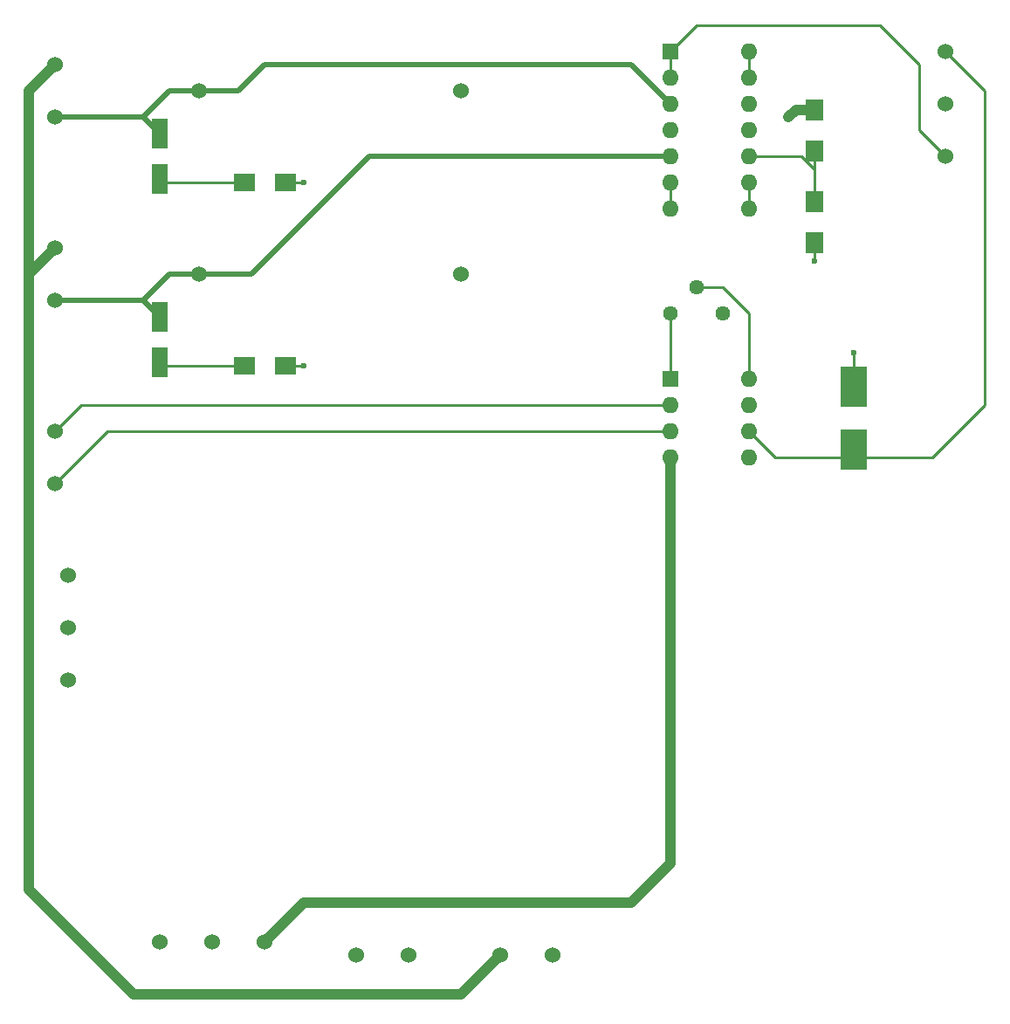
<source format=gbr>
G04 #@! TF.GenerationSoftware,KiCad,Pcbnew,(5.0.0)*
G04 #@! TF.CreationDate,2018-07-28T16:03:29+09:00*
G04 #@! TF.ProjectId,sensor-transducer,73656E736F722D7472616E7364756365,rev?*
G04 #@! TF.SameCoordinates,Original*
G04 #@! TF.FileFunction,Copper,L1,Top,Signal*
G04 #@! TF.FilePolarity,Positive*
%FSLAX46Y46*%
G04 Gerber Fmt 4.6, Leading zero omitted, Abs format (unit mm)*
G04 Created by KiCad (PCBNEW (5.0.0)) date 07/28/18 16:03:29*
%MOMM*%
%LPD*%
G01*
G04 APERTURE LIST*
G04 #@! TA.AperFunction,SMDPad,CuDef*
%ADD10R,1.600000X3.000000*%
G04 #@! TD*
G04 #@! TA.AperFunction,SMDPad,CuDef*
%ADD11R,2.500000X4.000000*%
G04 #@! TD*
G04 #@! TA.AperFunction,ComponentPad*
%ADD12C,1.440000*%
G04 #@! TD*
G04 #@! TA.AperFunction,ComponentPad*
%ADD13C,1.524000*%
G04 #@! TD*
G04 #@! TA.AperFunction,SMDPad,CuDef*
%ADD14R,2.000000X1.700000*%
G04 #@! TD*
G04 #@! TA.AperFunction,SMDPad,CuDef*
%ADD15R,1.700000X2.000000*%
G04 #@! TD*
G04 #@! TA.AperFunction,ComponentPad*
%ADD16R,1.600000X1.600000*%
G04 #@! TD*
G04 #@! TA.AperFunction,ComponentPad*
%ADD17O,1.600000X1.600000*%
G04 #@! TD*
G04 #@! TA.AperFunction,ViaPad*
%ADD18C,0.600000*%
G04 #@! TD*
G04 #@! TA.AperFunction,Conductor*
%ADD19C,0.500000*%
G04 #@! TD*
G04 #@! TA.AperFunction,Conductor*
%ADD20C,0.250000*%
G04 #@! TD*
G04 #@! TA.AperFunction,Conductor*
%ADD21C,1.000000*%
G04 #@! TD*
G04 APERTURE END LIST*
D10*
G04 #@! TO.P,C1,1*
G04 #@! TO.N,/PS1-*
X50800000Y-49870000D03*
G04 #@! TO.P,C1,2*
G04 #@! TO.N,Net-(C1-Pad2)*
X50800000Y-54270000D03*
G04 #@! TD*
G04 #@! TO.P,C2,1*
G04 #@! TO.N,/PS2-*
X50800000Y-67650000D03*
G04 #@! TO.P,C2,2*
G04 #@! TO.N,Net-(C2-Pad2)*
X50800000Y-72050000D03*
G04 #@! TD*
D11*
G04 #@! TO.P,C3,1*
G04 #@! TO.N,/LCout*
X118110000Y-80520000D03*
G04 #@! TO.P,C3,2*
G04 #@! TO.N,GND*
X118110000Y-74420000D03*
G04 #@! TD*
D12*
G04 #@! TO.P,R1,1*
G04 #@! TO.N,Net-(R1-Pad1)*
X100330000Y-67310000D03*
G04 #@! TO.P,R1,2*
G04 #@! TO.N,Net-(R1-Pad2)*
X102870000Y-64770000D03*
G04 #@! TO.P,R1,3*
G04 #@! TO.N,N/C*
X105410000Y-67310000D03*
G04 #@! TD*
D13*
G04 #@! TO.P,R2,1*
G04 #@! TO.N,/PS1-*
X54610000Y-45720000D03*
G04 #@! TO.P,R2,2*
G04 #@! TO.N,GND*
X80010000Y-45720000D03*
G04 #@! TD*
G04 #@! TO.P,R3,1*
G04 #@! TO.N,/PS2-*
X54610000Y-63500000D03*
G04 #@! TO.P,R3,2*
G04 #@! TO.N,GND*
X80010000Y-63500000D03*
G04 #@! TD*
D14*
G04 #@! TO.P,R4,1*
G04 #@! TO.N,Net-(C1-Pad2)*
X58960000Y-54610000D03*
G04 #@! TO.P,R4,2*
G04 #@! TO.N,GND*
X62960000Y-54610000D03*
G04 #@! TD*
G04 #@! TO.P,R5,1*
G04 #@! TO.N,Net-(C2-Pad2)*
X58960000Y-72390000D03*
G04 #@! TO.P,R5,2*
G04 #@! TO.N,GND*
X62960000Y-72390000D03*
G04 #@! TD*
D15*
G04 #@! TO.P,R6,1*
G04 #@! TO.N,+5V*
X114300000Y-47530000D03*
G04 #@! TO.P,R6,2*
G04 #@! TO.N,Net-(R6-Pad2)*
X114300000Y-51530000D03*
G04 #@! TD*
G04 #@! TO.P,R7,1*
G04 #@! TO.N,Net-(R6-Pad2)*
X114300000Y-56420000D03*
G04 #@! TO.P,R7,2*
G04 #@! TO.N,GND*
X114300000Y-60420000D03*
G04 #@! TD*
D13*
G04 #@! TO.P,U1,1*
G04 #@! TO.N,/24V+*
X40640000Y-43180000D03*
G04 #@! TO.P,U1,2*
G04 #@! TO.N,/PS1-*
X40640000Y-48260000D03*
G04 #@! TD*
G04 #@! TO.P,U2,1*
G04 #@! TO.N,/24V+*
X40640000Y-60960000D03*
G04 #@! TO.P,U2,2*
G04 #@! TO.N,/PS2-*
X40640000Y-66040000D03*
G04 #@! TD*
G04 #@! TO.P,U3,1*
G04 #@! TO.N,/LCSig-*
X40640000Y-78740000D03*
G04 #@! TO.P,U3,2*
G04 #@! TO.N,/LCSig+*
X40640000Y-83820000D03*
G04 #@! TD*
G04 #@! TO.P,U4,2*
G04 #@! TO.N,GND*
X41910000Y-97790000D03*
G04 #@! TO.P,U4,1*
G04 #@! TO.N,+12V*
X41910000Y-92710000D03*
G04 #@! TO.P,U4,3*
G04 #@! TO.N,GND*
X41910000Y-102870000D03*
G04 #@! TD*
D16*
G04 #@! TO.P,U5,1*
G04 #@! TO.N,Net-(R1-Pad1)*
X100330000Y-73660000D03*
D17*
G04 #@! TO.P,U5,5*
G04 #@! TO.N,/AD620Ref*
X107950000Y-81280000D03*
G04 #@! TO.P,U5,2*
G04 #@! TO.N,/LCSig-*
X100330000Y-76200000D03*
G04 #@! TO.P,U5,6*
G04 #@! TO.N,/LCout*
X107950000Y-78740000D03*
G04 #@! TO.P,U5,3*
G04 #@! TO.N,/LCSig+*
X100330000Y-78740000D03*
G04 #@! TO.P,U5,7*
G04 #@! TO.N,+5V*
X107950000Y-76200000D03*
G04 #@! TO.P,U5,4*
G04 #@! TO.N,-9VA*
X100330000Y-81280000D03*
G04 #@! TO.P,U5,8*
G04 #@! TO.N,Net-(R1-Pad2)*
X107950000Y-73660000D03*
G04 #@! TD*
D13*
G04 #@! TO.P,U6,1*
G04 #@! TO.N,/24V+*
X83820000Y-129540000D03*
G04 #@! TO.P,U6,2*
G04 #@! TO.N,GND*
X88900000Y-129540000D03*
G04 #@! TD*
G04 #@! TO.P,U7,1*
G04 #@! TO.N,+12V*
X69850000Y-129540000D03*
G04 #@! TO.P,U7,2*
G04 #@! TO.N,GND*
X74930000Y-129540000D03*
G04 #@! TD*
G04 #@! TO.P,U8,2*
G04 #@! TO.N,GND*
X55880000Y-128270000D03*
G04 #@! TO.P,U8,1*
G04 #@! TO.N,+5V*
X50800000Y-128270000D03*
G04 #@! TO.P,U8,3*
G04 #@! TO.N,-9VA*
X60960000Y-128270000D03*
G04 #@! TD*
D16*
G04 #@! TO.P,U9,1*
G04 #@! TO.N,/PS1out*
X100330000Y-41910000D03*
D17*
G04 #@! TO.P,U9,8*
G04 #@! TO.N,/AD620Ref*
X107950000Y-57150000D03*
G04 #@! TO.P,U9,2*
G04 #@! TO.N,/PS1out*
X100330000Y-44450000D03*
G04 #@! TO.P,U9,9*
G04 #@! TO.N,/AD620Ref*
X107950000Y-54610000D03*
G04 #@! TO.P,U9,3*
G04 #@! TO.N,/PS1-*
X100330000Y-46990000D03*
G04 #@! TO.P,U9,10*
G04 #@! TO.N,Net-(R6-Pad2)*
X107950000Y-52070000D03*
G04 #@! TO.P,U9,4*
G04 #@! TO.N,+12V*
X100330000Y-49530000D03*
G04 #@! TO.P,U9,11*
G04 #@! TO.N,GND*
X107950000Y-49530000D03*
G04 #@! TO.P,U9,5*
G04 #@! TO.N,/PS2-*
X100330000Y-52070000D03*
G04 #@! TO.P,U9,12*
G04 #@! TO.N,/floating*
X107950000Y-46990000D03*
G04 #@! TO.P,U9,6*
G04 #@! TO.N,/PS2out*
X100330000Y-54610000D03*
G04 #@! TO.P,U9,13*
G04 #@! TO.N,Net-(U9-Pad13)*
X107950000Y-44450000D03*
G04 #@! TO.P,U9,7*
G04 #@! TO.N,/PS2out*
X100330000Y-57150000D03*
G04 #@! TO.P,U9,14*
G04 #@! TO.N,Net-(U9-Pad13)*
X107950000Y-41910000D03*
G04 #@! TD*
D13*
G04 #@! TO.P,U10,2*
G04 #@! TO.N,/PS2out*
X127000000Y-46990000D03*
G04 #@! TO.P,U10,1*
G04 #@! TO.N,/PS1out*
X127000000Y-52070000D03*
G04 #@! TO.P,U10,3*
G04 #@! TO.N,/LCout*
X127000000Y-41910000D03*
G04 #@! TD*
D18*
G04 #@! TO.N,GND*
X118110000Y-71120000D03*
X114300000Y-62230000D03*
X64770000Y-54610000D03*
X64770000Y-72390000D03*
G04 #@! TO.N,+5V*
X111760000Y-48260000D03*
G04 #@! TD*
D19*
G04 #@! TO.N,/PS1-*
X96520000Y-43180000D02*
X100330000Y-46990000D01*
X60960000Y-43180000D02*
X96520000Y-43180000D01*
X58420000Y-45720000D02*
X60960000Y-43180000D01*
X54610000Y-45720000D02*
X58420000Y-45720000D01*
X54610000Y-45720000D02*
X51730000Y-45720000D01*
X51730000Y-45720000D02*
X49190000Y-48260000D01*
X40640000Y-48260000D02*
X49190000Y-48260000D01*
X49190000Y-48260000D02*
X50800000Y-49870000D01*
D20*
G04 #@! TO.N,Net-(C1-Pad2)*
X58960000Y-54610000D02*
X51140000Y-54610000D01*
X51140000Y-54610000D02*
X50800000Y-54270000D01*
D19*
G04 #@! TO.N,/PS2-*
X54610000Y-63500000D02*
X59690000Y-63500000D01*
X71120000Y-52070000D02*
X100330000Y-52070000D01*
X59690000Y-63500000D02*
X71120000Y-52070000D01*
X54610000Y-63500000D02*
X51730000Y-63500000D01*
X51730000Y-63500000D02*
X49190000Y-66040000D01*
X40640000Y-66040000D02*
X49190000Y-66040000D01*
X49190000Y-66040000D02*
X50800000Y-67650000D01*
D20*
G04 #@! TO.N,Net-(C2-Pad2)*
X58960000Y-72390000D02*
X51140000Y-72390000D01*
X51140000Y-72390000D02*
X50800000Y-72050000D01*
G04 #@! TO.N,/LCout*
X116840000Y-81280000D02*
X125730000Y-81280000D01*
X130810000Y-45720000D02*
X127000000Y-41910000D01*
X130810000Y-76200000D02*
X130810000Y-45720000D01*
X125730000Y-81280000D02*
X130810000Y-76200000D01*
X107950000Y-78740000D02*
X110490000Y-81280000D01*
X110490000Y-81280000D02*
X116840000Y-81280000D01*
X116840000Y-81280000D02*
X117350000Y-81280000D01*
X117350000Y-81280000D02*
X118110000Y-80520000D01*
G04 #@! TO.N,GND*
X118110000Y-74420000D02*
X118110000Y-71120000D01*
X114300000Y-60420000D02*
X114300000Y-62230000D01*
X62960000Y-54610000D02*
X64770000Y-54610000D01*
X62960000Y-72390000D02*
X64770000Y-72390000D01*
G04 #@! TO.N,Net-(R1-Pad1)*
X100330000Y-67310000D02*
X100330000Y-73660000D01*
G04 #@! TO.N,Net-(R1-Pad2)*
X102870000Y-64770000D02*
X105410000Y-64770000D01*
X107950000Y-67310000D02*
X107950000Y-73660000D01*
X105410000Y-64770000D02*
X107950000Y-67310000D01*
D21*
G04 #@! TO.N,+5V*
X112490000Y-47530000D02*
X114300000Y-47530000D01*
X111760000Y-48260000D02*
X112490000Y-47530000D01*
D20*
G04 #@! TO.N,Net-(R6-Pad2)*
X107950000Y-52070000D02*
X113030000Y-52070000D01*
X113030000Y-52070000D02*
X114300000Y-53340000D01*
X114300000Y-51530000D02*
X114300000Y-53340000D01*
X114300000Y-53340000D02*
X114300000Y-56420000D01*
D21*
G04 #@! TO.N,/24V+*
X80010000Y-133350000D02*
X83820000Y-129540000D01*
X48260000Y-133350000D02*
X80010000Y-133350000D01*
X38100000Y-123190000D02*
X48260000Y-133350000D01*
X38100000Y-63500000D02*
X38100000Y-123190000D01*
X40640000Y-43180000D02*
X38100000Y-45720000D01*
X38100000Y-63500000D02*
X40640000Y-60960000D01*
X38100000Y-45720000D02*
X38100000Y-63500000D01*
D20*
G04 #@! TO.N,/LCSig-*
X40640000Y-78740000D02*
X43180000Y-76200000D01*
X43180000Y-76200000D02*
X100330000Y-76200000D01*
G04 #@! TO.N,/LCSig+*
X40640000Y-83820000D02*
X45720000Y-78740000D01*
X45720000Y-78740000D02*
X100330000Y-78740000D01*
G04 #@! TO.N,/AD620Ref*
X107950000Y-54610000D02*
X107950000Y-57150000D01*
D21*
G04 #@! TO.N,-9VA*
X100330000Y-81280000D02*
X100330000Y-120650000D01*
X64770000Y-124460000D02*
X60960000Y-128270000D01*
X96520000Y-124460000D02*
X64770000Y-124460000D01*
X100330000Y-120650000D02*
X96520000Y-124460000D01*
D20*
G04 #@! TO.N,/PS1out*
X124460000Y-49530000D02*
X127000000Y-52070000D01*
X124460000Y-43180000D02*
X124460000Y-49530000D01*
X120650000Y-39370000D02*
X124460000Y-43180000D01*
X102870000Y-39370000D02*
X120650000Y-39370000D01*
X100330000Y-41910000D02*
X102870000Y-39370000D01*
X100330000Y-41910000D02*
X100330000Y-44450000D01*
G04 #@! TO.N,/PS2out*
X100330000Y-54610000D02*
X100330000Y-57150000D01*
G04 #@! TO.N,Net-(U9-Pad13)*
X107950000Y-41910000D02*
X107950000Y-44450000D01*
G04 #@! TD*
M02*

</source>
